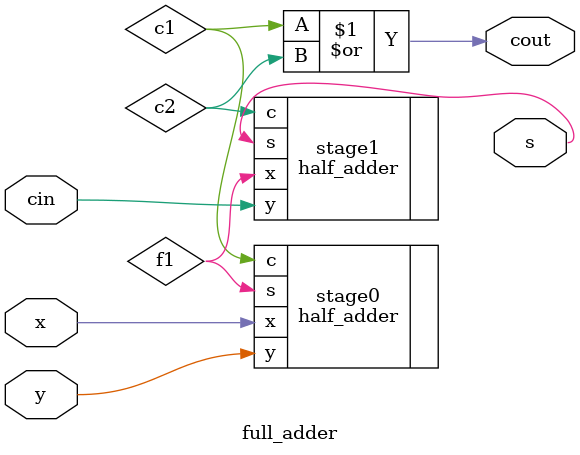
<source format=v>
module full_adder (
	input x,y,cin,
	output s,cout

);

wire f1,c1,c2;

half_adder stage0 (
	.x(x),.y(y),
	.c(c1),.s(f1)

);

half_adder stage1 (
	.x(f1),.y(cin),
	.c(c2),.s(s)

);

assign cout = c1 | c2;


endmodule
</source>
